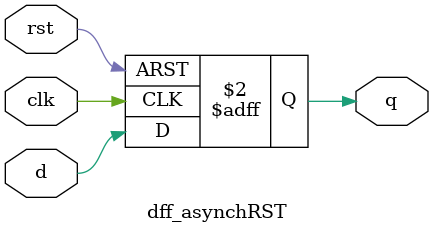
<source format=v>
`timescale 1ns / 1ps


module dff_asynchRST (input d, rst, clk, output reg q);
	always @ (posedge clk or posedge rst) begin
		if (rst) q <= 0;
		else q <= d;
	end
endmodule

</source>
